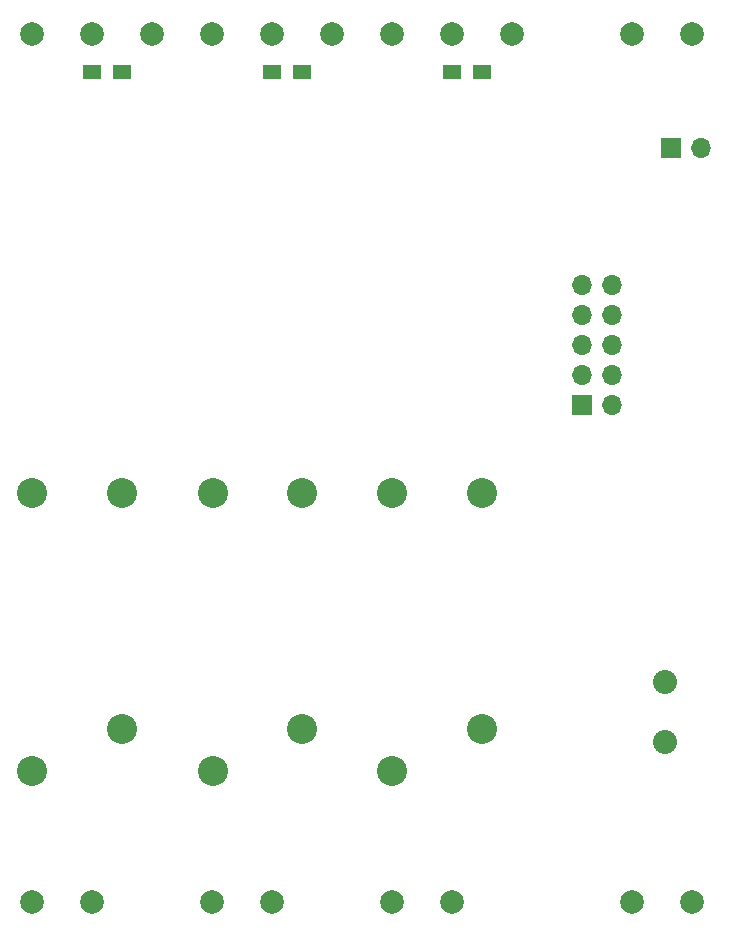
<source format=gbr>
G04 #@! TF.FileFunction,Soldermask,Bot*
%FSLAX46Y46*%
G04 Gerber Fmt 4.6, Leading zero omitted, Abs format (unit mm)*
G04 Created by KiCad (PCBNEW 4.0.0-rc1-stable) date 05/10/2017 19:38:19*
%MOMM*%
G01*
G04 APERTURE LIST*
%ADD10C,0.100000*%
%ADD11C,2.540000*%
%ADD12C,2.032000*%
%ADD13C,2.000000*%
%ADD14R,1.700000X1.700000*%
%ADD15O,1.700000X1.700000*%
%ADD16R,1.500000X1.250000*%
G04 APERTURE END LIST*
D10*
D11*
X51800000Y-105200000D03*
X59400000Y-105200000D03*
X59400000Y-125200000D03*
X51800000Y-128700000D03*
X67060000Y-105200000D03*
X74660000Y-105200000D03*
X74660000Y-125200000D03*
X67060000Y-128700000D03*
X82280000Y-105200000D03*
X89880000Y-105200000D03*
X89880000Y-125200000D03*
X82280000Y-128700000D03*
D12*
X105390000Y-126260000D03*
X105400160Y-121180000D03*
D13*
X61970000Y-66300000D03*
X56890000Y-66300000D03*
X51810000Y-66300000D03*
X77210000Y-66300000D03*
X72130000Y-66300000D03*
X67050000Y-66300000D03*
X92450000Y-66300000D03*
X87370000Y-66300000D03*
X82290000Y-66300000D03*
X107690000Y-66300000D03*
X102610000Y-66300000D03*
X51810000Y-139800000D03*
X56890000Y-139800000D03*
X67050000Y-139800000D03*
X72130000Y-139800000D03*
X82290000Y-139800000D03*
X87370000Y-139800000D03*
X102610000Y-139800000D03*
X107690000Y-139800000D03*
D14*
X105900000Y-75950000D03*
D15*
X108440000Y-75950000D03*
D16*
X59390600Y-69494400D03*
X56890600Y-69494400D03*
X89870600Y-69494400D03*
X87370600Y-69494400D03*
X74630600Y-69494400D03*
X72130600Y-69494400D03*
D14*
X98298000Y-97750000D03*
D15*
X100838000Y-97750000D03*
X98298000Y-95210000D03*
X100838000Y-95210000D03*
X98298000Y-92670000D03*
X100838000Y-92670000D03*
X98298000Y-90130000D03*
X100838000Y-90130000D03*
X98298000Y-87590000D03*
X100838000Y-87590000D03*
M02*

</source>
